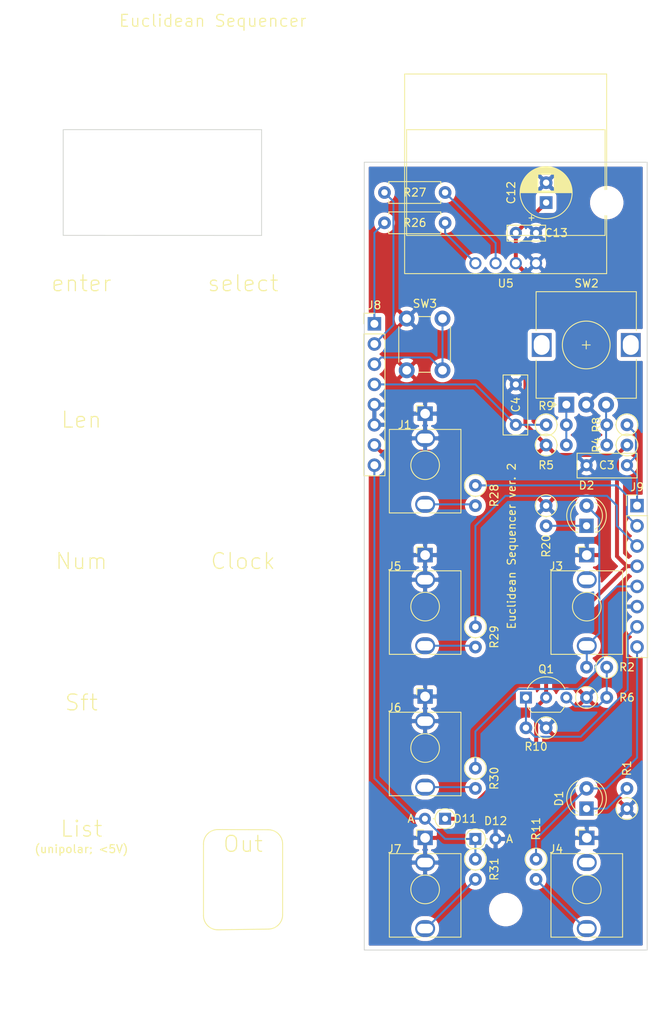
<source format=kicad_pcb>
(kicad_pcb (version 20171130) (host pcbnew "(5.1.8-0-10_14)")
  (layers (0 F.Cu signal) (31 B.Cu signal) (34 B.Paste user) (35 F.Paste user) (36 B.SilkS user) (37 F.SilkS user) (38 B.Mask user) (39 F.Mask user) (44 Edge.Cuts user))
  (net 0 "")
  (net 1 GND)
  (net 2 /_module_interface/rsw_1)
  (net 3 /_module_interface/rsw_2)
  (net 4 +5V)
  (net 5 /_module_interface/beat_out)
  (net 6 "Net-(D1-Pad1)")
  (net 7 "Net-(D2-Pad1)")
  (net 8 "Net-(D2-Pad2)")
  (net 9 /_module_interface/cv_select_in)
  (net 10 "Net-(J1-PadT)")
  (net 11 "Net-(J3-PadTN)")
  (net 12 "Net-(J4-PadT)")
  (net 13 "Net-(J4-PadTN)")
  (net 14 "Net-(J5-PadT)")
  (net 15 "Net-(J6-PadT)")
  (net 16 "Net-(J7-PadT)")
  (net 17 "Net-(Q1-Pad3)")
  (net 18 /_module_interface/clock)
  (net 19 "Net-(R4-Pad2)")
  (net 20 "Net-(R5-Pad2)")
  (net 21 /_module_interface/sda)
  (net 22 "Net-(R26-Pad2)")
  (net 23 "Net-(R27-Pad2)")
  (net 24 /_module_interface/scl)
  (net 25 /_module_interface/cv_len_in)
  (net 26 /_module_interface/cv_num_in)
  (net 27 /_module_interface/cv_sft_in)
  (net 28 /_module_interface/btn_enter)
  (module MountingHole:MountingHole_5mm (layer F.Cu) (at 10.16 43.18)
    (fp_text reference enter (at 0 -7.62) (layer F.SilkS) (effects (font (size 2 2))))
    (fp_text value MountingHole_5mm hide)
    (pad 1 np_thru_hole circle (at 0 0) (size 5 5) (drill 5) (layers *.Cu *.Mask))
  )
  (module Attenuverter:annotation_7mm (layer F.Cu) (at 30.48 43.18)
    (fp_text reference select (at 0 -7.62) (layer F.SilkS) (effects (font (size 2 2))))
    (fp_text value annotation_7mm hide)
    (pad "" np_thru_hole circle (at 0 0) (size 7 7) (drill 7) (layers *.Cu *.Mask))
  )
  (module MountingHole:MountingHole_4mm (layer F.Cu) (at 30.48 100.33)
    (fp_text reference REF** hide)
    (fp_text value MountingHole_4mm hide)
    (pad 1 np_thru_hole circle (at 0 0) (size 4 4) (drill 4) (layers *.Cu *.Mask))
  )
  (module MountingHole:MountingHole_4mm (layer F.Cu) (at 30.48 64.77)
    (fp_text reference REF** hide)
    (fp_text value MountingHole_4mm hide)
    (pad 1 np_thru_hole circle (at 0 0) (size 4 4) (drill 4) (layers *.Cu *.Mask))
  )
  (module Attenuverter:annotation_3.5mm_jack_in (layer F.Cu) (at 30.48 76.2)
    (fp_text reference Clock (at 0 -5.715) (layer F.SilkS) (effects (font (size 2 2))))
    (fp_text value annotation_3.5mm_jack_in hide)
    (pad 1 np_thru_hole circle (at 0 0) (size 6 6) (drill 6) (layers *.Cu *.Mask))
  )
  (module Attenuverter:annotation_3.5mm_jack_in (layer F.Cu) (at 10.16 58.42)
    (fp_text reference Len (at 0 -5.715) (layer F.SilkS) (effects (font (size 2 2))))
    (fp_text value annotation_3.5mm_jack_in hide)
    (pad 1 np_thru_hole circle (at 0 0) (size 6 6) (drill 6) (layers *.Cu *.Mask))
  )
  (module Attenuverter:annotation_3.5mm_jack_in (layer F.Cu) (at 10.16 76.2)
    (fp_text reference Num (at 0 -5.715) (layer F.SilkS) (effects (font (size 2 2))))
    (fp_text value annotation_3.5mm_jack_in hide)
    (pad 1 np_thru_hole circle (at 0 0) (size 6 6) (drill 6) (layers *.Cu *.Mask))
  )
  (module Attenuverter:annotation_3.5mm_jack_in (layer F.Cu) (at 10.16 111.76)
    (fp_text reference List (at 0 -7.62) (layer F.SilkS) (effects (font (size 2 2))))
    (fp_text value annotation_3.5mm_jack_in hide)
    (pad 1 np_thru_hole circle (at 0 0) (size 6 6) (drill 6) (layers *.Cu *.Mask))
  )
  (module Attenuverter:annotation_3.5mm_jack_in (layer F.Cu) (at 10.16 93.98)
    (fp_text reference Sft (at 0 -5.715) (layer F.SilkS) (effects (font (size 2 2))))
    (fp_text value annotation_3.5mm_jack_in hide)
    (pad 1 np_thru_hole circle (at 0 0) (size 6 6) (drill 6) (layers *.Cu *.Mask))
  )
  (module Attenuverter:annotation_3.5mm_jack_out (layer F.Cu) (at 30.48 111.76)
    (fp_text reference Out (at 0 -5.715) (layer F.SilkS) (effects (font (size 2 2))))
    (fp_text value annotation_3.5mm_jack_out hide)
    (pad 1 np_thru_hole circle (at 0 0) (size 6 6) (drill 6) (layers *.Cu *.Mask))
  )
  (module MountingHole:MountingHole_3.2mm_M3 (layer F.Cu) (at 63.5 114.3)
    (fp_text reference REF** hide)
    (fp_text value MountingHole_3.2mm_M3 hide)
    (pad 1 np_thru_hole circle (at 0 0) (size 3.2 3.2) (drill 3.2) (layers *.Cu *.Mask))
  )
  (module MountingHole:MountingHole_3.2mm_M3 (layer F.Cu) (at 76.2 25.4)
    (fp_text reference REF** hide)
    (fp_text value MountingHole_3.2mm_M3 hide)
    (pad 1 np_thru_hole circle (at 0 0) (size 3.2 3.2) (drill 3.2) (layers *.Cu *.Mask))
  )
  (module Attenuverter:C_Axial_L4.8mm_D3.1mm_P5.08mm_Horizontal (layer F.Cu) (at 78.74 58.42 180)
    (fp_text reference C3 (at 2.54 0) (layer F.SilkS))
    (fp_text value 0.1u)
    (pad 2 thru_hole circle (at 5.08 0 180) (size 1.524 1.524) (drill 0.762) (layers *.Cu *.Mask) (net 1 GND))
    (pad 1 thru_hole circle (at 0 0 180) (size 1.524 1.524) (drill 0.762) (layers *.Cu *.Mask) (net 2 /_module_interface/rsw_1))
  )
  (module Attenuverter:C_Axial_L4.8mm_D3.1mm_P5.08mm_Horizontal (layer F.Cu) (at 64.77 53.34 90)
    (fp_text reference C4 (at 2.54 0 90) (layer F.SilkS))
    (fp_text value 0.1u)
    (pad 1 thru_hole circle (at 0 0 90) (size 1.524 1.524) (drill 0.762) (layers *.Cu *.Mask) (net 3 /_module_interface/rsw_2))
    (pad 2 thru_hole circle (at 5.08 0 90) (size 1.524 1.524) (drill 0.762) (layers *.Cu *.Mask) (net 1 GND))
  )
  (module Capacitor_THT:CP_Radial_D6.3mm_P2.50mm (layer F.Cu) (at 68.58 25.4 90)
    (fp_text reference C12 (at 1.25 -4.4 90) (layer F.SilkS))
    (fp_text value 100u)
    (pad 1 thru_hole rect (at 0 0 90) (size 1.6 1.6) (drill 0.8) (layers *.Cu *.Mask) (net 4 +5V))
    (pad 2 thru_hole circle (at 2.5 0 90) (size 1.6 1.6) (drill 0.8) (layers *.Cu *.Mask) (net 1 GND))
  )
  (module LED_THT:LED_D4.0mm (layer F.Cu) (at 73.66 101.6 90)
    (fp_text reference D1 (at 1.27 -3.46 90) (layer F.SilkS))
    (fp_text value led_beat)
    (pad 2 thru_hole circle (at 2.54 0 90) (size 1.8 1.8) (drill 0.9) (layers *.Cu *.Mask) (net 5 /_module_interface/beat_out))
    (pad 1 thru_hole rect (at 0 0 90) (size 1.8 1.8) (drill 0.9) (layers *.Cu *.Mask) (net 6 "Net-(D1-Pad1)"))
  )
  (module LED_THT:LED_D4.0mm (layer F.Cu) (at 73.66 66.04 90)
    (fp_text reference D2 (at 5.08 0 180) (layer F.SilkS))
    (fp_text value led_clock)
    (pad 1 thru_hole rect (at 0 0 90) (size 1.8 1.8) (drill 0.9) (layers *.Cu *.Mask) (net 7 "Net-(D2-Pad1)"))
    (pad 2 thru_hole circle (at 2.54 0 90) (size 1.8 1.8) (drill 0.9) (layers *.Cu *.Mask) (net 8 "Net-(D2-Pad2)"))
  )
  (module Diode_THT:D_DO-34_SOD68_P2.54mm_Vertical_AnodeUp (layer F.Cu) (at 55.88 102.87 180)
    (fp_text reference D11 (at -2.54 0) (layer F.SilkS))
    (fp_text value 1N4148)
    (fp_text user A (at 4.29 0) (layer F.SilkS))
    (pad 2 thru_hole oval (at 2.54 0 180) (size 1.5 1.5) (drill 0.75) (layers *.Cu *.Mask) (net 9 /_module_interface/cv_select_in))
    (pad 1 thru_hole rect (at 0 0 180) (size 1.5 1.5) (drill 0.75) (layers *.Cu *.Mask) (net 4 +5V))
  )
  (module Diode_THT:D_DO-34_SOD68_P2.54mm_Vertical_AnodeUp (layer F.Cu) (at 59.69 105.41)
    (fp_text reference D12 (at 2.54 -2.25566) (layer F.SilkS))
    (fp_text value 1N4148)
    (fp_text user A (at 4.29 0) (layer F.SilkS))
    (pad 1 thru_hole rect (at 0 0) (size 1.5 1.5) (drill 0.75) (layers *.Cu *.Mask) (net 9 /_module_interface/cv_select_in))
    (pad 2 thru_hole oval (at 2.54 0) (size 1.5 1.5) (drill 0.75) (layers *.Cu *.Mask) (net 1 GND))
  )
  (module Attenuverter:mono_jack_3.5mm (layer F.Cu) (at 53.34 58.42)
    (fp_text reference J1 (at -2.54 -5.08) (layer F.SilkS))
    (fp_text value CV_len)
    (pad TN thru_hole oval (at 0.03 -3.38 180) (size 2.5 2.13) (drill oval 2 1.2) (layers *.Cu *.Mask) (net 1 GND))
    (pad T thru_hole oval (at 0.03 4.92 180) (size 2.5 2.13) (drill oval 2 1.2) (layers *.Cu *.Mask) (net 10 "Net-(J1-PadT)"))
    (pad S thru_hole rect (at 0.03 -6.48 180) (size 1.93 1.83) (drill 1.22) (layers *.Cu *.Mask) (net 1 GND))
  )
  (module Attenuverter:mono_jack_3.5mm (layer F.Cu) (at 73.66 76.2)
    (fp_text reference J3 (at -3.81 -5.08) (layer F.SilkS))
    (fp_text value clock_in)
    (pad S thru_hole rect (at 0.03 -6.48 180) (size 1.93 1.83) (drill 1.22) (layers *.Cu *.Mask) (net 1 GND))
    (pad T thru_hole oval (at 0.03 4.92 180) (size 2.5 2.13) (drill oval 2 1.2) (layers *.Cu *.Mask) (net 8 "Net-(D2-Pad2)"))
    (pad TN thru_hole oval (at 0.03 -3.38 180) (size 2.5 2.13) (drill oval 2 1.2) (layers *.Cu *.Mask) (net 11 "Net-(J3-PadTN)"))
  )
  (module Attenuverter:mono_jack_3.5mm (layer F.Cu) (at 73.66 111.76)
    (fp_text reference J4 (at -3.81 -5.08) (layer F.SilkS))
    (fp_text value beat_out)
    (pad S thru_hole rect (at 0.03 -6.48 180) (size 1.93 1.83) (drill 1.22) (layers *.Cu *.Mask) (net 1 GND))
    (pad T thru_hole oval (at 0.03 4.92 180) (size 2.5 2.13) (drill oval 2 1.2) (layers *.Cu *.Mask) (net 12 "Net-(J4-PadT)"))
    (pad TN thru_hole oval (at 0.03 -3.38 180) (size 2.5 2.13) (drill oval 2 1.2) (layers *.Cu *.Mask) (net 13 "Net-(J4-PadTN)"))
  )
  (module Attenuverter:mono_jack_3.5mm (layer F.Cu) (at 53.34 76.2)
    (fp_text reference J5 (at -3.81 -5.08) (layer F.SilkS))
    (fp_text value CV_num)
    (pad TN thru_hole oval (at 0.03 -3.38 180) (size 2.5 2.13) (drill oval 2 1.2) (layers *.Cu *.Mask) (net 1 GND))
    (pad T thru_hole oval (at 0.03 4.92 180) (size 2.5 2.13) (drill oval 2 1.2) (layers *.Cu *.Mask) (net 14 "Net-(J5-PadT)"))
    (pad S thru_hole rect (at 0.03 -6.48 180) (size 1.93 1.83) (drill 1.22) (layers *.Cu *.Mask) (net 1 GND))
  )
  (module Attenuverter:mono_jack_3.5mm (layer F.Cu) (at 53.34 93.98)
    (fp_text reference J6 (at -3.81 -5.08) (layer F.SilkS))
    (fp_text value CV_sft)
    (pad S thru_hole rect (at 0.03 -6.48 180) (size 1.93 1.83) (drill 1.22) (layers *.Cu *.Mask) (net 1 GND))
    (pad T thru_hole oval (at 0.03 4.92 180) (size 2.5 2.13) (drill oval 2 1.2) (layers *.Cu *.Mask) (net 15 "Net-(J6-PadT)"))
    (pad TN thru_hole oval (at 0.03 -3.38 180) (size 2.5 2.13) (drill oval 2 1.2) (layers *.Cu *.Mask) (net 1 GND))
  )
  (module Attenuverter:mono_jack_3.5mm (layer F.Cu) (at 53.34 111.76)
    (fp_text reference J7 (at -3.81 -5.08) (layer F.SilkS))
    (fp_text value CV_select)
    (pad TN thru_hole oval (at 0.03 -3.38 180) (size 2.5 2.13) (drill oval 2 1.2) (layers *.Cu *.Mask) (net 1 GND))
    (pad T thru_hole oval (at 0.03 4.92 180) (size 2.5 2.13) (drill oval 2 1.2) (layers *.Cu *.Mask) (net 16 "Net-(J7-PadT)"))
    (pad S thru_hole rect (at 0.03 -6.48 180) (size 1.93 1.83) (drill 1.22) (layers *.Cu *.Mask) (net 1 GND))
  )
  (module Resistor_THT:R_Axial_DIN0207_L6.3mm_D2.5mm_P2.54mm_Vertical (layer F.Cu) (at 78.74 101.6 90)
    (fp_text reference R1 (at 5.08 0 90) (layer F.SilkS))
    (fp_text value 10k)
    (pad 1 thru_hole circle (at 0 0 90) (size 1.6 1.6) (drill 0.8) (layers *.Cu *.Mask) (net 1 GND))
    (pad 2 thru_hole oval (at 2.54 0 90) (size 1.6 1.6) (drill 0.8) (layers *.Cu *.Mask) (net 6 "Net-(D1-Pad1)"))
  )
  (module Resistor_THT:R_Axial_DIN0207_L6.3mm_D2.5mm_P2.54mm_Vertical (layer F.Cu) (at 76.2 83.82 180)
    (fp_text reference R2 (at -2.54 0) (layer F.SilkS))
    (fp_text value 100k)
    (pad 1 thru_hole circle (at 0 0 180) (size 1.6 1.6) (drill 0.8) (layers *.Cu *.Mask) (net 17 "Net-(Q1-Pad3)"))
    (pad 2 thru_hole oval (at 2.54 0 180) (size 1.6 1.6) (drill 0.8) (layers *.Cu *.Mask) (net 8 "Net-(D2-Pad2)"))
  )
  (module Resistor_THT:R_Axial_DIN0207_L6.3mm_D2.5mm_P2.54mm_Vertical (layer F.Cu) (at 78.74 55.88 180)
    (fp_text reference R4 (at 3.81 0 90) (layer F.SilkS))
    (fp_text value 10k)
    (pad 2 thru_hole oval (at 2.54 0 180) (size 1.6 1.6) (drill 0.8) (layers *.Cu *.Mask) (net 19 "Net-(R4-Pad2)"))
    (pad 1 thru_hole circle (at 0 0 180) (size 1.6 1.6) (drill 0.8) (layers *.Cu *.Mask) (net 4 +5V))
  )
  (module Resistor_THT:R_Axial_DIN0207_L6.3mm_D2.5mm_P2.54mm_Vertical (layer F.Cu) (at 68.58 55.88)
    (fp_text reference R5 (at 0 2.54) (layer F.SilkS))
    (fp_text value 10k)
    (pad 1 thru_hole circle (at 0 0) (size 1.6 1.6) (drill 0.8) (layers *.Cu *.Mask) (net 4 +5V))
    (pad 2 thru_hole oval (at 2.54 0) (size 1.6 1.6) (drill 0.8) (layers *.Cu *.Mask) (net 20 "Net-(R5-Pad2)"))
  )
  (module Resistor_THT:R_Axial_DIN0207_L6.3mm_D2.5mm_P2.54mm_Vertical (layer F.Cu) (at 73.66 87.63)
    (fp_text reference R6 (at 5.08 0) (layer F.SilkS))
    (fp_text value 100k)
    (pad 2 thru_hole oval (at 2.54 0) (size 1.6 1.6) (drill 0.8) (layers *.Cu *.Mask) (net 17 "Net-(Q1-Pad3)"))
    (pad 1 thru_hole circle (at 0 0) (size 1.6 1.6) (drill 0.8) (layers *.Cu *.Mask) (net 1 GND))
  )
  (module Resistor_THT:R_Axial_DIN0207_L6.3mm_D2.5mm_P2.54mm_Vertical (layer F.Cu) (at 78.74 53.34 180)
    (fp_text reference R8 (at 3.81 0 90) (layer F.SilkS))
    (fp_text value 10k)
    (pad 1 thru_hole circle (at 0 0 180) (size 1.6 1.6) (drill 0.8) (layers *.Cu *.Mask) (net 2 /_module_interface/rsw_1))
    (pad 2 thru_hole oval (at 2.54 0 180) (size 1.6 1.6) (drill 0.8) (layers *.Cu *.Mask) (net 19 "Net-(R4-Pad2)"))
  )
  (module Resistor_THT:R_Axial_DIN0207_L6.3mm_D2.5mm_P2.54mm_Vertical (layer F.Cu) (at 68.58 53.34)
    (fp_text reference R9 (at 0 -2.37) (layer F.SilkS))
    (fp_text value 10k)
    (pad 2 thru_hole oval (at 2.54 0) (size 1.6 1.6) (drill 0.8) (layers *.Cu *.Mask) (net 20 "Net-(R5-Pad2)"))
    (pad 1 thru_hole circle (at 0 0) (size 1.6 1.6) (drill 0.8) (layers *.Cu *.Mask) (net 3 /_module_interface/rsw_2))
  )
  (module Resistor_THT:R_Axial_DIN0207_L6.3mm_D2.5mm_P2.54mm_Vertical (layer F.Cu) (at 68.58 91.44 180)
    (fp_text reference R10 (at 1.27 -2.37) (layer F.SilkS))
    (fp_text value 100k)
    (pad 1 thru_hole circle (at 0 0 180) (size 1.6 1.6) (drill 0.8) (layers *.Cu *.Mask) (net 1 GND))
    (pad 2 thru_hole oval (at 2.54 0 180) (size 1.6 1.6) (drill 0.8) (layers *.Cu *.Mask) (net 18 /_module_interface/clock))
  )
  (module Resistor_THT:R_Axial_DIN0207_L6.3mm_D2.5mm_P2.54mm_Vertical (layer F.Cu) (at 67.31 107.95 270)
    (fp_text reference R11 (at -3.81 0 90) (layer F.SilkS))
    (fp_text value 1k)
    (pad 2 thru_hole oval (at 2.54 0 270) (size 1.6 1.6) (drill 0.8) (layers *.Cu *.Mask) (net 12 "Net-(J4-PadT)"))
    (pad 1 thru_hole circle (at 0 0 270) (size 1.6 1.6) (drill 0.8) (layers *.Cu *.Mask) (net 5 /_module_interface/beat_out))
  )
  (module Resistor_THT:R_Axial_DIN0207_L6.3mm_D2.5mm_P2.54mm_Vertical (layer F.Cu) (at 68.58 63.5 270)
    (fp_text reference R20 (at 5.08 0 90) (layer F.SilkS))
    (fp_text value 10k)
    (pad 1 thru_hole circle (at 0 0 270) (size 1.6 1.6) (drill 0.8) (layers *.Cu *.Mask) (net 1 GND))
    (pad 2 thru_hole oval (at 2.54 0 270) (size 1.6 1.6) (drill 0.8) (layers *.Cu *.Mask) (net 7 "Net-(D2-Pad1)"))
  )
  (module Resistor_THT:R_Axial_DIN0207_L6.3mm_D2.5mm_P2.54mm_Vertical (layer F.Cu) (at 59.69 60.96 270)
    (fp_text reference R28 (at 1.27 -2.37 90) (layer F.SilkS))
    (fp_text value 100k)
    (pad 2 thru_hole oval (at 2.54 0 270) (size 1.6 1.6) (drill 0.8) (layers *.Cu *.Mask) (net 10 "Net-(J1-PadT)"))
    (pad 1 thru_hole circle (at 0 0 270) (size 1.6 1.6) (drill 0.8) (layers *.Cu *.Mask) (net 25 /_module_interface/cv_len_in))
  )
  (module Resistor_THT:R_Axial_DIN0207_L6.3mm_D2.5mm_P2.54mm_Vertical (layer F.Cu) (at 59.69 78.74 270)
    (fp_text reference R29 (at 1.27 -2.37 90) (layer F.SilkS))
    (fp_text value 100k)
    (pad 1 thru_hole circle (at 0 0 270) (size 1.6 1.6) (drill 0.8) (layers *.Cu *.Mask) (net 26 /_module_interface/cv_num_in))
    (pad 2 thru_hole oval (at 2.54 0 270) (size 1.6 1.6) (drill 0.8) (layers *.Cu *.Mask) (net 14 "Net-(J5-PadT)"))
  )
  (module Resistor_THT:R_Axial_DIN0207_L6.3mm_D2.5mm_P2.54mm_Vertical (layer F.Cu) (at 59.69 96.52 270)
    (fp_text reference R30 (at 1.27 -2.37 90) (layer F.SilkS))
    (fp_text value 100k)
    (pad 2 thru_hole oval (at 2.54 0 270) (size 1.6 1.6) (drill 0.8) (layers *.Cu *.Mask) (net 15 "Net-(J6-PadT)"))
    (pad 1 thru_hole circle (at 0 0 270) (size 1.6 1.6) (drill 0.8) (layers *.Cu *.Mask) (net 27 /_module_interface/cv_sft_in))
  )
  (module Resistor_THT:R_Axial_DIN0207_L6.3mm_D2.5mm_P2.54mm_Vertical (layer F.Cu) (at 59.69 107.95 270)
    (fp_text reference R31 (at 1.27 -2.37 90) (layer F.SilkS))
    (fp_text value 100k)
    (pad 2 thru_hole oval (at 2.54 0 270) (size 1.6 1.6) (drill 0.8) (layers *.Cu *.Mask) (net 16 "Net-(J7-PadT)"))
    (pad 1 thru_hole circle (at 0 0 270) (size 1.6 1.6) (drill 0.8) (layers *.Cu *.Mask) (net 9 /_module_interface/cv_select_in))
  )
  (module Rotary_Encoder:RotaryEncoder_Alps_EC12E_Vertical_H20mm (layer F.Cu) (at 71.12 50.8 90)
    (fp_text reference SW2 (at 15.24 2.54 180) (layer F.SilkS))
    (fp_text value Rotary_Encoder)
    (pad MP thru_hole rect (at 7.5 8.1 90) (size 3 2.5) (drill oval 2.5 2) (layers *.Cu *.Mask))
    (pad MP thru_hole rect (at 7.5 -3.1 90) (size 3 2.5) (drill oval 2.5 2) (layers *.Cu *.Mask))
    (pad B thru_hole circle (at 0 5 90) (size 2 2) (drill 1) (layers *.Cu *.Mask) (net 19 "Net-(R4-Pad2)"))
    (pad C thru_hole circle (at 0 2.5 90) (size 2 2) (drill 1) (layers *.Cu *.Mask) (net 1 GND))
    (pad A thru_hole rect (at 0 0 90) (size 2 2) (drill 1) (layers *.Cu *.Mask) (net 20 "Net-(R5-Pad2)"))
  )
  (module Attenuverter:aki_OLED_0.96in (layer F.Cu) (at 63.5 22.86 180)
    (fp_text reference U5 (at 0 -12.7) (layer F.SilkS))
    (fp_text value OLED_Display_SSD1306)
    (pad 1 thru_hole circle (at -3.81 -10.16 180) (size 1.524 1.524) (drill 1) (layers *.Cu *.Mask) (net 1 GND))
    (pad 2 thru_hole circle (at -1.27 -10.16 180) (size 1.524 1.524) (drill 1) (layers *.Cu *.Mask) (net 4 +5V))
    (pad 3 thru_hole circle (at 1.27 -10.16 180) (size 1.524 1.524) (drill 1) (layers *.Cu *.Mask) (net 23 "Net-(R27-Pad2)"))
    (pad 4 thru_hole circle (at 3.81 -10.16 180) (size 1.524 1.524) (drill 1) (layers *.Cu *.Mask) (net 22 "Net-(R26-Pad2)"))
  )
  (module Connector_PinHeader_2.54mm:PinHeader_1x08_P2.54mm_Vertical (layer F.Cu) (at 46.99 40.64)
    (fp_text reference J8 (at 0 -2.33) (layer F.SilkS))
    (fp_text value Conn_Left)
    (pad 8 thru_hole oval (at 0 17.78) (size 1.7 1.7) (drill 1) (layers *.Cu *.Mask) (net 9 /_module_interface/cv_select_in))
    (pad 7 thru_hole oval (at 0 15.24) (size 1.7 1.7) (drill 1) (layers *.Cu *.Mask) (net 4 +5V))
    (pad 6 thru_hole oval (at 0 12.7) (size 1.7 1.7) (drill 1) (layers *.Cu *.Mask) (net 1 GND))
    (pad 5 thru_hole oval (at 0 10.16) (size 1.7 1.7) (drill 1) (layers *.Cu *.Mask) (net 1 GND))
    (pad 4 thru_hole oval (at 0 7.62) (size 1.7 1.7) (drill 1) (layers *.Cu *.Mask) (net 3 /_module_interface/rsw_2))
    (pad 3 thru_hole oval (at 0 5.08) (size 1.7 1.7) (drill 1) (layers *.Cu *.Mask) (net 28 /_module_interface/btn_enter))
    (pad 2 thru_hole oval (at 0 2.54) (size 1.7 1.7) (drill 1) (layers *.Cu *.Mask) (net 24 /_module_interface/scl))
    (pad 1 thru_hole rect (at 0 0) (size 1.7 1.7) (drill 1) (layers *.Cu *.Mask) (net 21 /_module_interface/sda))
  )
  (module Connector_PinHeader_2.54mm:PinHeader_1x08_P2.54mm_Vertical (layer F.Cu) (at 80.01 63.5)
    (fp_text reference J9 (at 0 -2.33) (layer F.SilkS))
    (fp_text value Conn_Right)
    (pad 1 thru_hole rect (at 0 0) (size 1.7 1.7) (drill 1) (layers *.Cu *.Mask) (net 2 /_module_interface/rsw_1))
    (pad 2 thru_hole oval (at 0 2.54) (size 1.7 1.7) (drill 1) (layers *.Cu *.Mask) (net 25 /_module_interface/cv_len_in))
    (pad 3 thru_hole oval (at 0 5.08) (size 1.7 1.7) (drill 1) (layers *.Cu *.Mask) (net 26 /_module_interface/cv_num_in))
    (pad 4 thru_hole oval (at 0 7.62) (size 1.7 1.7) (drill 1) (layers *.Cu *.Mask) (net 4 +5V))
    (pad 5 thru_hole oval (at 0 10.16) (size 1.7 1.7) (drill 1) (layers *.Cu *.Mask) (net 27 /_module_interface/cv_sft_in))
    (pad 6 thru_hole oval (at 0 12.7) (size 1.7 1.7) (drill 1) (layers *.Cu *.Mask) (net 1 GND))
    (pad 7 thru_hole oval (at 0 15.24) (size 1.7 1.7) (drill 1) (layers *.Cu *.Mask) (net 18 /_module_interface/clock))
    (pad 8 thru_hole oval (at 0 17.78) (size 1.7 1.7) (drill 1) (layers *.Cu *.Mask) (net 5 /_module_interface/beat_out))
  )
  (module Resistor_THT:R_Axial_DIN0207_L6.3mm_D2.5mm_P7.62mm_Horizontal (layer F.Cu) (at 48.26 27.94)
    (fp_text reference R26 (at 3.81 0) (layer F.SilkS))
    (fp_text value 1k)
    (pad 2 thru_hole oval (at 7.62 0) (size 1.6 1.6) (drill 0.8) (layers *.Cu *.Mask) (net 22 "Net-(R26-Pad2)"))
    (pad 1 thru_hole circle (at 0 0) (size 1.6 1.6) (drill 0.8) (layers *.Cu *.Mask) (net 21 /_module_interface/sda))
  )
  (module Resistor_THT:R_Axial_DIN0207_L6.3mm_D2.5mm_P7.62mm_Horizontal (layer F.Cu) (at 48.26 24.13)
    (fp_text reference R27 (at 3.81 0) (layer F.SilkS))
    (fp_text value 1k)
    (pad 1 thru_hole circle (at 0 0) (size 1.6 1.6) (drill 0.8) (layers *.Cu *.Mask) (net 24 /_module_interface/scl))
    (pad 2 thru_hole oval (at 7.62 0) (size 1.6 1.6) (drill 0.8) (layers *.Cu *.Mask) (net 23 "Net-(R27-Pad2)"))
  )
  (module Package_TO_SOT_THT:TO-92_Inline_Wide (layer F.Cu) (at 66.04 87.63)
    (fp_text reference Q1 (at 2.54 -3.56) (layer F.SilkS))
    (fp_text value 2SC1815)
    (pad 2 thru_hole circle (at 2.54 0) (size 1.5 1.5) (drill 0.8) (layers *.Cu *.Mask) (net 4 +5V))
    (pad 3 thru_hole circle (at 5.08 0) (size 1.5 1.5) (drill 0.8) (layers *.Cu *.Mask) (net 17 "Net-(Q1-Pad3)"))
    (pad 1 thru_hole rect (at 0 0) (size 1.5 1.5) (drill 0.8) (layers *.Cu *.Mask) (net 18 /_module_interface/clock))
  )
  (module Button_Switch_THT:SW_PUSH_6mm (layer F.Cu) (at 51.054 46.482 90)
    (fp_text reference SW3 (at 8.382 2.286 180) (layer F.SilkS))
    (fp_text value enter)
    (pad 2 thru_hole circle (at 0 4.5 180) (size 2 2) (drill 1.1) (layers *.Cu *.Mask) (net 28 /_module_interface/btn_enter))
    (pad 1 thru_hole circle (at 0 0 180) (size 2 2) (drill 1.1) (layers *.Cu *.Mask) (net 1 GND))
    (pad 2 thru_hole circle (at 6.5 4.5 180) (size 2 2) (drill 1.1) (layers *.Cu *.Mask) (net 28 /_module_interface/btn_enter))
    (pad 1 thru_hole circle (at 6.5 0 180) (size 2 2) (drill 1.1) (layers *.Cu *.Mask) (net 1 GND))
  )
  (module Attenuverter:C_Axial_L4.8mm_D2.0mm_P2.54mm_Horizontal (layer F.Cu) (at 67.31 29.21 180)
    (fp_text reference C13 (at -2.54 0) (layer F.SilkS))
    (fp_text value 0.1u)
    (pad 1 thru_hole circle (at 0 0 180) (size 1.524 1.524) (drill 0.762) (layers *.Cu *.Mask) (net 1 GND))
    (pad 2 thru_hole circle (at 2.54 0 180) (size 1.524 1.524) (drill 0.762) (layers *.Cu *.Mask) (net 4 +5V))
  )
  (gr_text "Euclidean Sequencer" (at 26.67 2.54) (layer F.SilkS) (effects (font (size 1.5 1.5))))
  (gr_text "Euclidean Sequencer ver. 2" (at 64.24 68.58 90) (layer F.SilkS) (effects (font (size 1 1))))
  (gr_line (start 7.87 16.23) (end 7.87 16.28) (layer Edge.Cuts) (width 0.1))
  (gr_line (start 32.81 16.23) (end 7.87 16.23) (layer Edge.Cuts) (width 0.1))
  (gr_line (start 32.81 29.53) (end 32.81 16.23) (layer Edge.Cuts) (width 0.1))
  (gr_line (start 7.87 29.52) (end 32.81 29.53) (layer Edge.Cuts) (width 0.1))
  (gr_line (start 7.87 16.28) (end 7.87 29.52) (layer Edge.Cuts) (width 0.1))
  (gr_text "(unipolar; <5V)" (at 10.16 106.68) (layer F.SilkS) (effects (font (size 1 1))))
  (gr_line (start 81.28 20.32) (end 45.72 20.32) (layer Edge.Cuts) (width 0.1))
  (gr_line (start 81.28 119.38) (end 81.28 20.32) (layer Edge.Cuts) (width 0.1))
  (gr_line (start 45.72 119.38) (end 81.28 119.38) (layer Edge.Cuts) (width 0.1))
  (gr_line (start 45.72 20.32) (end 45.72 119.38) (layer Edge.Cuts) (width 0.1))
  (segment (start 80.01 59.69) (end 78.74 58.42) (width 0.25) (layer B.Cu) (net 2))
  (segment (start 80.01 63.5) (end 80.01 59.69) (width 0.25) (layer B.Cu) (net 2))
  (segment (start 79.865001 57.294999) (end 79.865001 54.465001) (width 0.25) (layer B.Cu) (net 2))
  (segment (start 79.865001 54.465001) (end 78.74 53.34) (width 0.25) (layer B.Cu) (net 2))
  (segment (start 78.74 58.42) (end 79.865001 57.294999) (width 0.25) (layer B.Cu) (net 2))
  (segment (start 59.69 48.26) (end 64.77 53.34) (width 0.25) (layer B.Cu) (net 3))
  (segment (start 46.99 48.26) (end 59.69 48.26) (width 0.25) (layer B.Cu) (net 3))
  (segment (start 64.77 53.34) (end 68.58 53.34) (width 0.25) (layer B.Cu) (net 3))
  (segment (start 65.982001 53.282001) (end 68.58 55.88) (width 0.5) (layer F.Cu) (net 4))
  (segment (start 65.982001 34.232001) (end 65.982001 53.282001) (width 0.5) (layer F.Cu) (net 4))
  (segment (start 64.77 33.02) (end 65.982001 34.232001) (width 0.5) (layer F.Cu) (net 4))
  (segment (start 67.730001 56.729999) (end 68.58 55.88) (width 0.5) (layer F.Cu) (net 4))
  (segment (start 47.839999 56.729999) (end 67.730001 56.729999) (width 0.5) (layer F.Cu) (net 4))
  (segment (start 46.99 55.88) (end 47.839999 56.729999) (width 0.5) (layer F.Cu) (net 4))
  (segment (start 69.830001 57.130001) (end 77.489999 57.130001) (width 0.5) (layer F.Cu) (net 4))
  (segment (start 77.489999 57.130001) (end 78.74 55.88) (width 0.5) (layer F.Cu) (net 4))
  (segment (start 68.58 55.88) (end 69.830001 57.130001) (width 0.5) (layer F.Cu) (net 4))
  (segment (start 67.329999 93.270003) (end 67.329999 88.880001) (width 0.5) (layer F.Cu) (net 4))
  (segment (start 57.730002 102.87) (end 67.329999 93.270003) (width 0.5) (layer F.Cu) (net 4))
  (segment (start 67.329999 88.880001) (end 68.58 87.63) (width 0.5) (layer F.Cu) (net 4))
  (segment (start 55.88 102.87) (end 57.730002 102.87) (width 0.5) (layer F.Cu) (net 4))
  (segment (start 78.74 71.12) (end 80.01 71.12) (width 0.5) (layer F.Cu) (net 4))
  (segment (start 68.58 81.28) (end 78.74 71.12) (width 0.5) (layer F.Cu) (net 4))
  (segment (start 68.58 87.63) (end 68.58 81.28) (width 0.5) (layer F.Cu) (net 4))
  (segment (start 77.489999 69.869999) (end 78.74 71.12) (width 0.5) (layer F.Cu) (net 4))
  (segment (start 77.489999 57.130001) (end 77.489999 69.869999) (width 0.5) (layer F.Cu) (net 4))
  (segment (start 64.77 33.02) (end 64.77 29.21) (width 0.5) (layer F.Cu) (net 4))
  (segment (start 64.77 29.21) (end 68.58 25.4) (width 0.5) (layer F.Cu) (net 4))
  (segment (start 76.135 99.06) (end 73.66 99.06) (width 0.25) (layer B.Cu) (net 5))
  (segment (start 80.01 95.185) (end 76.135 99.06) (width 0.25) (layer B.Cu) (net 5))
  (segment (start 80.01 81.28) (end 80.01 95.185) (width 0.25) (layer B.Cu) (net 5))
  (segment (start 67.31 105.41) (end 67.31 107.95) (width 0.25) (layer B.Cu) (net 5))
  (segment (start 73.66 99.06) (end 67.31 105.41) (width 0.25) (layer B.Cu) (net 5))
  (segment (start 76.2 101.6) (end 78.74 99.06) (width 0.25) (layer B.Cu) (net 6))
  (segment (start 73.66 101.6) (end 76.2 101.6) (width 0.25) (layer B.Cu) (net 6))
  (segment (start 68.58 66.04) (end 73.66 66.04) (width 0.25) (layer B.Cu) (net 7))
  (segment (start 75.26501 79.54499) (end 73.69 81.12) (width 0.25) (layer B.Cu) (net 8))
  (segment (start 75.26501 65.10501) (end 75.26501 79.54499) (width 0.25) (layer B.Cu) (net 8))
  (segment (start 73.66 63.5) (end 75.26501 65.10501) (width 0.25) (layer B.Cu) (net 8))
  (segment (start 73.69 83.79) (end 73.66 83.82) (width 0.25) (layer B.Cu) (net 8))
  (segment (start 73.69 81.12) (end 73.69 83.79) (width 0.25) (layer B.Cu) (net 8))
  (segment (start 46.99 97.79) (end 52.07 102.87) (width 0.25) (layer B.Cu) (net 9))
  (segment (start 46.99 58.42) (end 46.99 97.79) (width 0.25) (layer B.Cu) (net 9))
  (segment (start 52.07 102.87) (end 53.34 102.87) (width 0.25) (layer B.Cu) (net 9))
  (segment (start 55.88 105.41) (end 59.69 105.41) (width 0.25) (layer B.Cu) (net 9))
  (segment (start 53.34 102.87) (end 55.88 105.41) (width 0.25) (layer B.Cu) (net 9))
  (segment (start 59.69 105.41) (end 59.69 107.95) (width 0.25) (layer B.Cu) (net 9))
  (segment (start 59.53 63.34) (end 59.69 63.5) (width 0.25) (layer B.Cu) (net 10))
  (segment (start 53.37 63.34) (end 59.53 63.34) (width 0.25) (layer B.Cu) (net 10))
  (segment (start 73.5 116.68) (end 73.69 116.68) (width 0.25) (layer B.Cu) (net 12))
  (segment (start 67.31 110.49) (end 73.5 116.68) (width 0.25) (layer B.Cu) (net 12))
  (segment (start 59.53 81.12) (end 59.69 81.28) (width 0.25) (layer B.Cu) (net 14))
  (segment (start 53.37 81.12) (end 59.53 81.12) (width 0.25) (layer B.Cu) (net 14))
  (segment (start 59.53 98.9) (end 59.69 99.06) (width 0.25) (layer B.Cu) (net 15))
  (segment (start 53.37 98.9) (end 59.53 98.9) (width 0.25) (layer B.Cu) (net 15))
  (segment (start 53.5 116.68) (end 59.69 110.49) (width 0.25) (layer B.Cu) (net 16))
  (segment (start 53.37 116.68) (end 53.5 116.68) (width 0.25) (layer B.Cu) (net 16))
  (segment (start 76.2 83.82) (end 76.2 87.63) (width 0.25) (layer B.Cu) (net 17))
  (segment (start 75.074999 88.755001) (end 76.2 87.63) (width 0.25) (layer B.Cu) (net 17))
  (segment (start 72.245001 88.755001) (end 75.074999 88.755001) (width 0.25) (layer B.Cu) (net 17))
  (segment (start 71.12 87.63) (end 72.245001 88.755001) (width 0.25) (layer B.Cu) (net 17))
  (segment (start 66.04 87.63) (end 66.04 91.44) (width 0.25) (layer B.Cu) (net 18))
  (segment (start 78.834999 79.915001) (end 80.01 78.74) (width 0.25) (layer B.Cu) (net 18))
  (segment (start 78.834999 86.660003) (end 78.834999 79.915001) (width 0.25) (layer B.Cu) (net 18))
  (segment (start 72.930001 92.565001) (end 78.834999 86.660003) (width 0.25) (layer B.Cu) (net 18))
  (segment (start 67.165001 92.565001) (end 72.930001 92.565001) (width 0.25) (layer B.Cu) (net 18))
  (segment (start 66.04 91.44) (end 67.165001 92.565001) (width 0.25) (layer B.Cu) (net 18))
  (segment (start 76.12 55.8) (end 76.2 55.88) (width 0.25) (layer B.Cu) (net 19))
  (segment (start 76.12 50.8) (end 76.12 55.8) (width 0.25) (layer B.Cu) (net 19))
  (segment (start 71.12 50.8) (end 71.12 55.88) (width 0.25) (layer B.Cu) (net 20))
  (segment (start 46.99 29.21) (end 48.26 27.94) (width 0.25) (layer B.Cu) (net 21))
  (segment (start 46.99 40.64) (end 46.99 29.21) (width 0.25) (layer B.Cu) (net 21))
  (segment (start 55.88 29.21) (end 59.69 33.02) (width 0.25) (layer B.Cu) (net 22))
  (segment (start 55.88 27.94) (end 55.88 29.21) (width 0.25) (layer B.Cu) (net 22))
  (segment (start 62.23 30.48) (end 62.23 33.02) (width 0.25) (layer B.Cu) (net 23))
  (segment (start 55.88 24.13) (end 62.23 30.48) (width 0.25) (layer B.Cu) (net 23))
  (segment (start 49.385001 40.784999) (end 46.99 43.18) (width 0.25) (layer B.Cu) (net 24))
  (segment (start 49.385001 25.255001) (end 49.385001 40.784999) (width 0.25) (layer B.Cu) (net 24))
  (segment (start 48.26 24.13) (end 49.385001 25.255001) (width 0.25) (layer B.Cu) (net 24))
  (segment (start 59.69 60.96) (end 77.47 60.96) (width 0.25) (layer B.Cu) (net 25))
  (segment (start 77.47 60.96) (end 78.74 62.23) (width 0.25) (layer B.Cu) (net 25))
  (segment (start 78.74 64.77) (end 80.01 66.04) (width 0.25) (layer B.Cu) (net 25))
  (segment (start 78.74 62.23) (end 78.74 64.77) (width 0.25) (layer B.Cu) (net 25))
  (segment (start 59.69 66.04) (end 59.69 78.74) (width 0.25) (layer B.Cu) (net 26))
  (segment (start 80.01 68.58) (end 77.47 66.04) (width 0.25) (layer B.Cu) (net 26))
  (segment (start 63.455001 62.274999) (end 59.69 66.04) (width 0.25) (layer B.Cu) (net 26))
  (segment (start 77.47 66.04) (end 77.47 63.5) (width 0.25) (layer B.Cu) (net 26))
  (segment (start 76.244999 62.274999) (end 63.455001 62.274999) (width 0.25) (layer B.Cu) (net 26))
  (segment (start 77.47 63.5) (end 76.244999 62.274999) (width 0.25) (layer B.Cu) (net 26))
  (segment (start 65.029999 86.554999) (end 59.69 91.894998) (width 0.25) (layer B.Cu) (net 27))
  (segment (start 72.590003 86.554999) (end 65.029999 86.554999) (width 0.25) (layer B.Cu) (net 27))
  (segment (start 75.715019 82.694999) (end 74.785001 83.625017) (width 0.25) (layer B.Cu) (net 27))
  (segment (start 59.69 91.894998) (end 59.69 96.52) (width 0.25) (layer B.Cu) (net 27))
  (segment (start 74.785001 84.360001) (end 72.590003 86.554999) (width 0.25) (layer B.Cu) (net 27))
  (segment (start 74.785001 83.625017) (end 74.785001 84.360001) (width 0.25) (layer B.Cu) (net 27))
  (segment (start 75.715019 75.414981) (end 75.715019 82.694999) (width 0.25) (layer B.Cu) (net 27))
  (segment (start 75.715019 75.414981) (end 77.47 73.66) (width 0.25) (layer B.Cu) (net 27))
  (segment (start 77.47 73.66) (end 80.01 73.66) (width 0.25) (layer B.Cu) (net 27))
  (segment (start 53.942001 44.870001) (end 55.554 46.482) (width 0.25) (layer B.Cu) (net 28))
  (segment (start 47.839999 44.870001) (end 53.942001 44.870001) (width 0.25) (layer B.Cu) (net 28))
  (segment (start 46.99 45.72) (end 47.839999 44.870001) (width 0.25) (layer B.Cu) (net 28))
  (segment (start 55.554 46.482) (end 55.554 39.982) (width 0.25) (layer B.Cu) (net 28))
  (zone (net 1) (net_name GND) (layer F.Cu) (connect_pads (clearance 0.508)) (min_thickness 0.254) (fill yes (arc_segments 32) (thermal_gap 0.508) (thermal_bridge_width 0.508))
    (polygon (pts (xy 81.28 119.38) (xy 45.72 119.38) (xy 45.72 20.32) (xy 81.28 20.32)))
  )
  (zone (net 1) (net_name GND) (layer B.Cu) (connect_pads (clearance 0.508)) (min_thickness 0.254) (fill yes (arc_segments 32) (thermal_gap 0.508) (thermal_bridge_width 0.508))
    (polygon (pts (xy 81.28 119.38) (xy 45.72 119.38) (xy 45.72 20.32) (xy 81.28 20.32)))
  )
)
</source>
